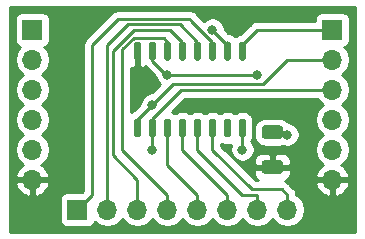
<source format=gbr>
%TF.GenerationSoftware,KiCad,Pcbnew,5.1.7-a382d34a8~87~ubuntu16.04.1*%
%TF.CreationDate,2020-10-06T20:10:27+02:00*%
%TF.ProjectId,ShiftIn-Board,53686966-7449-46e2-9d42-6f6172642e6b,rev?*%
%TF.SameCoordinates,Original*%
%TF.FileFunction,Copper,L1,Top*%
%TF.FilePolarity,Positive*%
%FSLAX46Y46*%
G04 Gerber Fmt 4.6, Leading zero omitted, Abs format (unit mm)*
G04 Created by KiCad (PCBNEW 5.1.7-a382d34a8~87~ubuntu16.04.1) date 2020-10-06 20:10:27*
%MOMM*%
%LPD*%
G01*
G04 APERTURE LIST*
%TA.AperFunction,ComponentPad*%
%ADD10O,1.700000X1.700000*%
%TD*%
%TA.AperFunction,ComponentPad*%
%ADD11R,1.700000X1.700000*%
%TD*%
%TA.AperFunction,ViaPad*%
%ADD12C,0.800000*%
%TD*%
%TA.AperFunction,Conductor*%
%ADD13C,0.250000*%
%TD*%
%TA.AperFunction,Conductor*%
%ADD14C,0.254000*%
%TD*%
%TA.AperFunction,Conductor*%
%ADD15C,0.100000*%
%TD*%
G04 APERTURE END LIST*
%TO.P,U1,16*%
%TO.N,VCC*%
%TA.AperFunction,SMDPad,CuDef*%
G36*
G01*
X139837500Y-59780000D02*
X139562500Y-59780000D01*
G75*
G02*
X139425000Y-59642500I0J137500D01*
G01*
X139425000Y-58317500D01*
G75*
G02*
X139562500Y-58180000I137500J0D01*
G01*
X139837500Y-58180000D01*
G75*
G02*
X139975000Y-58317500I0J-137500D01*
G01*
X139975000Y-59642500D01*
G75*
G02*
X139837500Y-59780000I-137500J0D01*
G01*
G37*
%TD.AperFunction*%
%TO.P,U1,15*%
%TO.N,Net-(J1-Pad4)*%
%TA.AperFunction,SMDPad,CuDef*%
G36*
G01*
X141107500Y-59780000D02*
X140832500Y-59780000D01*
G75*
G02*
X140695000Y-59642500I0J137500D01*
G01*
X140695000Y-58317500D01*
G75*
G02*
X140832500Y-58180000I137500J0D01*
G01*
X141107500Y-58180000D01*
G75*
G02*
X141245000Y-58317500I0J-137500D01*
G01*
X141245000Y-59642500D01*
G75*
G02*
X141107500Y-59780000I-137500J0D01*
G01*
G37*
%TD.AperFunction*%
%TO.P,U1,14*%
%TO.N,Net-(J3-Pad4)*%
%TA.AperFunction,SMDPad,CuDef*%
G36*
G01*
X142377500Y-59780000D02*
X142102500Y-59780000D01*
G75*
G02*
X141965000Y-59642500I0J137500D01*
G01*
X141965000Y-58317500D01*
G75*
G02*
X142102500Y-58180000I137500J0D01*
G01*
X142377500Y-58180000D01*
G75*
G02*
X142515000Y-58317500I0J-137500D01*
G01*
X142515000Y-59642500D01*
G75*
G02*
X142377500Y-59780000I-137500J0D01*
G01*
G37*
%TD.AperFunction*%
%TO.P,U1,13*%
%TO.N,Net-(J3-Pad3)*%
%TA.AperFunction,SMDPad,CuDef*%
G36*
G01*
X143647500Y-59780000D02*
X143372500Y-59780000D01*
G75*
G02*
X143235000Y-59642500I0J137500D01*
G01*
X143235000Y-58317500D01*
G75*
G02*
X143372500Y-58180000I137500J0D01*
G01*
X143647500Y-58180000D01*
G75*
G02*
X143785000Y-58317500I0J-137500D01*
G01*
X143785000Y-59642500D01*
G75*
G02*
X143647500Y-59780000I-137500J0D01*
G01*
G37*
%TD.AperFunction*%
%TO.P,U1,12*%
%TO.N,Net-(J3-Pad2)*%
%TA.AperFunction,SMDPad,CuDef*%
G36*
G01*
X144917500Y-59780000D02*
X144642500Y-59780000D01*
G75*
G02*
X144505000Y-59642500I0J137500D01*
G01*
X144505000Y-58317500D01*
G75*
G02*
X144642500Y-58180000I137500J0D01*
G01*
X144917500Y-58180000D01*
G75*
G02*
X145055000Y-58317500I0J-137500D01*
G01*
X145055000Y-59642500D01*
G75*
G02*
X144917500Y-59780000I-137500J0D01*
G01*
G37*
%TD.AperFunction*%
%TO.P,U1,11*%
%TO.N,Net-(J3-Pad1)*%
%TA.AperFunction,SMDPad,CuDef*%
G36*
G01*
X146187500Y-59780000D02*
X145912500Y-59780000D01*
G75*
G02*
X145775000Y-59642500I0J137500D01*
G01*
X145775000Y-58317500D01*
G75*
G02*
X145912500Y-58180000I137500J0D01*
G01*
X146187500Y-58180000D01*
G75*
G02*
X146325000Y-58317500I0J-137500D01*
G01*
X146325000Y-59642500D01*
G75*
G02*
X146187500Y-59780000I-137500J0D01*
G01*
G37*
%TD.AperFunction*%
%TO.P,U1,10*%
%TO.N,Net-(J1-Pad1)*%
%TA.AperFunction,SMDPad,CuDef*%
G36*
G01*
X147457500Y-59780000D02*
X147182500Y-59780000D01*
G75*
G02*
X147045000Y-59642500I0J137500D01*
G01*
X147045000Y-58317500D01*
G75*
G02*
X147182500Y-58180000I137500J0D01*
G01*
X147457500Y-58180000D01*
G75*
G02*
X147595000Y-58317500I0J-137500D01*
G01*
X147595000Y-59642500D01*
G75*
G02*
X147457500Y-59780000I-137500J0D01*
G01*
G37*
%TD.AperFunction*%
%TO.P,U1,9*%
%TO.N,Net-(J2-Pad1)*%
%TA.AperFunction,SMDPad,CuDef*%
G36*
G01*
X148727500Y-59780000D02*
X148452500Y-59780000D01*
G75*
G02*
X148315000Y-59642500I0J137500D01*
G01*
X148315000Y-58317500D01*
G75*
G02*
X148452500Y-58180000I137500J0D01*
G01*
X148727500Y-58180000D01*
G75*
G02*
X148865000Y-58317500I0J-137500D01*
G01*
X148865000Y-59642500D01*
G75*
G02*
X148727500Y-59780000I-137500J0D01*
G01*
G37*
%TD.AperFunction*%
%TO.P,U1,8*%
%TO.N,GND*%
%TA.AperFunction,SMDPad,CuDef*%
G36*
G01*
X148727500Y-66280000D02*
X148452500Y-66280000D01*
G75*
G02*
X148315000Y-66142500I0J137500D01*
G01*
X148315000Y-64817500D01*
G75*
G02*
X148452500Y-64680000I137500J0D01*
G01*
X148727500Y-64680000D01*
G75*
G02*
X148865000Y-64817500I0J-137500D01*
G01*
X148865000Y-66142500D01*
G75*
G02*
X148727500Y-66280000I-137500J0D01*
G01*
G37*
%TD.AperFunction*%
%TO.P,U1,7*%
%TO.N,Net-(U1-Pad7)*%
%TA.AperFunction,SMDPad,CuDef*%
G36*
G01*
X147457500Y-66280000D02*
X147182500Y-66280000D01*
G75*
G02*
X147045000Y-66142500I0J137500D01*
G01*
X147045000Y-64817500D01*
G75*
G02*
X147182500Y-64680000I137500J0D01*
G01*
X147457500Y-64680000D01*
G75*
G02*
X147595000Y-64817500I0J-137500D01*
G01*
X147595000Y-66142500D01*
G75*
G02*
X147457500Y-66280000I-137500J0D01*
G01*
G37*
%TD.AperFunction*%
%TO.P,U1,6*%
%TO.N,Net-(J3-Pad8)*%
%TA.AperFunction,SMDPad,CuDef*%
G36*
G01*
X146187500Y-66280000D02*
X145912500Y-66280000D01*
G75*
G02*
X145775000Y-66142500I0J137500D01*
G01*
X145775000Y-64817500D01*
G75*
G02*
X145912500Y-64680000I137500J0D01*
G01*
X146187500Y-64680000D01*
G75*
G02*
X146325000Y-64817500I0J-137500D01*
G01*
X146325000Y-66142500D01*
G75*
G02*
X146187500Y-66280000I-137500J0D01*
G01*
G37*
%TD.AperFunction*%
%TO.P,U1,5*%
%TO.N,Net-(J3-Pad7)*%
%TA.AperFunction,SMDPad,CuDef*%
G36*
G01*
X144917500Y-66280000D02*
X144642500Y-66280000D01*
G75*
G02*
X144505000Y-66142500I0J137500D01*
G01*
X144505000Y-64817500D01*
G75*
G02*
X144642500Y-64680000I137500J0D01*
G01*
X144917500Y-64680000D01*
G75*
G02*
X145055000Y-64817500I0J-137500D01*
G01*
X145055000Y-66142500D01*
G75*
G02*
X144917500Y-66280000I-137500J0D01*
G01*
G37*
%TD.AperFunction*%
%TO.P,U1,4*%
%TO.N,Net-(J3-Pad6)*%
%TA.AperFunction,SMDPad,CuDef*%
G36*
G01*
X143647500Y-66280000D02*
X143372500Y-66280000D01*
G75*
G02*
X143235000Y-66142500I0J137500D01*
G01*
X143235000Y-64817500D01*
G75*
G02*
X143372500Y-64680000I137500J0D01*
G01*
X143647500Y-64680000D01*
G75*
G02*
X143785000Y-64817500I0J-137500D01*
G01*
X143785000Y-66142500D01*
G75*
G02*
X143647500Y-66280000I-137500J0D01*
G01*
G37*
%TD.AperFunction*%
%TO.P,U1,3*%
%TO.N,Net-(J3-Pad5)*%
%TA.AperFunction,SMDPad,CuDef*%
G36*
G01*
X142377500Y-66280000D02*
X142102500Y-66280000D01*
G75*
G02*
X141965000Y-66142500I0J137500D01*
G01*
X141965000Y-64817500D01*
G75*
G02*
X142102500Y-64680000I137500J0D01*
G01*
X142377500Y-64680000D01*
G75*
G02*
X142515000Y-64817500I0J-137500D01*
G01*
X142515000Y-66142500D01*
G75*
G02*
X142377500Y-66280000I-137500J0D01*
G01*
G37*
%TD.AperFunction*%
%TO.P,U1,2*%
%TO.N,Net-(J1-Pad3)*%
%TA.AperFunction,SMDPad,CuDef*%
G36*
G01*
X141107500Y-66280000D02*
X140832500Y-66280000D01*
G75*
G02*
X140695000Y-66142500I0J137500D01*
G01*
X140695000Y-64817500D01*
G75*
G02*
X140832500Y-64680000I137500J0D01*
G01*
X141107500Y-64680000D01*
G75*
G02*
X141245000Y-64817500I0J-137500D01*
G01*
X141245000Y-66142500D01*
G75*
G02*
X141107500Y-66280000I-137500J0D01*
G01*
G37*
%TD.AperFunction*%
%TO.P,U1,1*%
%TO.N,Net-(J1-Pad2)*%
%TA.AperFunction,SMDPad,CuDef*%
G36*
G01*
X139837500Y-66280000D02*
X139562500Y-66280000D01*
G75*
G02*
X139425000Y-66142500I0J137500D01*
G01*
X139425000Y-64817500D01*
G75*
G02*
X139562500Y-64680000I137500J0D01*
G01*
X139837500Y-64680000D01*
G75*
G02*
X139975000Y-64817500I0J-137500D01*
G01*
X139975000Y-66142500D01*
G75*
G02*
X139837500Y-66280000I-137500J0D01*
G01*
G37*
%TD.AperFunction*%
%TD*%
D10*
%TO.P,J3,8*%
%TO.N,Net-(J3-Pad8)*%
X152400000Y-72390000D03*
%TO.P,J3,7*%
%TO.N,Net-(J3-Pad7)*%
X149860000Y-72390000D03*
%TO.P,J3,6*%
%TO.N,Net-(J3-Pad6)*%
X147320000Y-72390000D03*
%TO.P,J3,5*%
%TO.N,Net-(J3-Pad5)*%
X144780000Y-72390000D03*
%TO.P,J3,4*%
%TO.N,Net-(J3-Pad4)*%
X142240000Y-72390000D03*
%TO.P,J3,3*%
%TO.N,Net-(J3-Pad3)*%
X139700000Y-72390000D03*
%TO.P,J3,2*%
%TO.N,Net-(J3-Pad2)*%
X137160000Y-72390000D03*
D11*
%TO.P,J3,1*%
%TO.N,Net-(J3-Pad1)*%
X134620000Y-72390000D03*
%TD*%
D10*
%TO.P,J2,6*%
%TO.N,VCC*%
X156210000Y-69850000D03*
%TO.P,J2,5*%
%TO.N,GND*%
X156210000Y-67310000D03*
%TO.P,J2,4*%
%TO.N,Net-(J1-Pad4)*%
X156210000Y-64770000D03*
%TO.P,J2,3*%
%TO.N,Net-(J1-Pad3)*%
X156210000Y-62230000D03*
%TO.P,J2,2*%
%TO.N,Net-(J1-Pad2)*%
X156210000Y-59690000D03*
D11*
%TO.P,J2,1*%
%TO.N,Net-(J2-Pad1)*%
X156210000Y-57150000D03*
%TD*%
D10*
%TO.P,J1,6*%
%TO.N,VCC*%
X130810000Y-69850000D03*
%TO.P,J1,5*%
%TO.N,GND*%
X130810000Y-67310000D03*
%TO.P,J1,4*%
%TO.N,Net-(J1-Pad4)*%
X130810000Y-64770000D03*
%TO.P,J1,3*%
%TO.N,Net-(J1-Pad3)*%
X130810000Y-62230000D03*
%TO.P,J1,2*%
%TO.N,Net-(J1-Pad2)*%
X130810000Y-59690000D03*
D11*
%TO.P,J1,1*%
%TO.N,Net-(J1-Pad1)*%
X130810000Y-57150000D03*
%TD*%
%TO.P,C1,2*%
%TO.N,GND*%
%TA.AperFunction,SMDPad,CuDef*%
G36*
G01*
X151780001Y-66410000D02*
X150479999Y-66410000D01*
G75*
G02*
X150230000Y-66160001I0J249999D01*
G01*
X150230000Y-65509999D01*
G75*
G02*
X150479999Y-65260000I249999J0D01*
G01*
X151780001Y-65260000D01*
G75*
G02*
X152030000Y-65509999I0J-249999D01*
G01*
X152030000Y-66160001D01*
G75*
G02*
X151780001Y-66410000I-249999J0D01*
G01*
G37*
%TD.AperFunction*%
%TO.P,C1,1*%
%TO.N,VCC*%
%TA.AperFunction,SMDPad,CuDef*%
G36*
G01*
X151780001Y-69360000D02*
X150479999Y-69360000D01*
G75*
G02*
X150230000Y-69110001I0J249999D01*
G01*
X150230000Y-68459999D01*
G75*
G02*
X150479999Y-68210000I249999J0D01*
G01*
X151780001Y-68210000D01*
G75*
G02*
X152030000Y-68459999I0J-249999D01*
G01*
X152030000Y-69110001D01*
G75*
G02*
X151780001Y-69360000I-249999J0D01*
G01*
G37*
%TD.AperFunction*%
%TD*%
D12*
%TO.N,GND*%
X152400000Y-66040000D03*
X148590000Y-67310000D03*
%TO.N,VCC*%
X139700000Y-60960000D03*
X144780000Y-63500000D03*
X133350000Y-60960000D03*
%TO.N,Net-(J1-Pad4)*%
X142240000Y-60960000D03*
X149860000Y-60960000D03*
%TO.N,Net-(J1-Pad3)*%
X140970000Y-67310000D03*
%TO.N,Net-(J1-Pad2)*%
X140970000Y-63500000D03*
%TO.N,Net-(J1-Pad1)*%
X146050000Y-57150000D03*
%TD*%
D13*
%TO.N,GND*%
X148590000Y-65480000D02*
X148590000Y-67310000D01*
X152195000Y-65835000D02*
X152400000Y-66040000D01*
X151130000Y-65835000D02*
X152195000Y-65835000D01*
%TO.N,VCC*%
X139700000Y-58980000D02*
X139700000Y-59690000D01*
X139700000Y-58980000D02*
X139700000Y-60960000D01*
%TO.N,Net-(J1-Pad4)*%
X140970000Y-59780000D02*
X142150000Y-60960000D01*
X140970000Y-58980000D02*
X140970000Y-59780000D01*
X142150000Y-60960000D02*
X142240000Y-60960000D01*
X149860000Y-60960000D02*
X142240000Y-60960000D01*
%TO.N,Net-(J1-Pad3)*%
X140970000Y-65480000D02*
X140970000Y-67310000D01*
X154940000Y-62230000D02*
X156210000Y-62230000D01*
X143420000Y-62230000D02*
X156210000Y-62230000D01*
X140970000Y-64680000D02*
X143420000Y-62230000D01*
X140970000Y-65480000D02*
X140970000Y-64680000D01*
%TO.N,Net-(J1-Pad2)*%
X139700000Y-65480000D02*
X139700000Y-64680000D01*
X152400000Y-59690000D02*
X156210000Y-59690000D01*
X142690010Y-61779990D02*
X150310010Y-61779990D01*
X140970000Y-63500000D02*
X142690010Y-61779990D01*
X150310010Y-61779990D02*
X152400000Y-59690000D01*
X139700000Y-64770000D02*
X140970000Y-63500000D01*
X139700000Y-65480000D02*
X139700000Y-64770000D01*
%TO.N,Net-(J1-Pad1)*%
X147320000Y-58180000D02*
X147320000Y-58980000D01*
X147320000Y-58420000D02*
X147320000Y-58980000D01*
X147320000Y-58420000D02*
X146050000Y-57150000D01*
%TO.N,Net-(J2-Pad1)*%
X148590000Y-58980000D02*
X148590000Y-58420000D01*
X148590000Y-58420000D02*
X149860000Y-57150000D01*
X149860000Y-57150000D02*
X156210000Y-57150000D01*
%TO.N,Net-(J3-Pad8)*%
X152400000Y-72390000D02*
X152400000Y-71120000D01*
X151949990Y-70669990D02*
X149409990Y-70669990D01*
X152400000Y-71120000D02*
X151949990Y-70669990D01*
X149409990Y-70669990D02*
X146050000Y-67310000D01*
X146050000Y-67310000D02*
X146050000Y-65480000D01*
%TO.N,Net-(J3-Pad7)*%
X144780000Y-65480000D02*
X144780000Y-67310000D01*
X149860000Y-71120000D02*
X149860000Y-72390000D01*
X149860000Y-71120000D02*
X148590000Y-71120000D01*
X148590000Y-71120000D02*
X144780000Y-67310000D01*
%TO.N,Net-(J3-Pad6)*%
X143510000Y-65480000D02*
X143510000Y-67310000D01*
X143510000Y-67310000D02*
X147320000Y-71120000D01*
X147320000Y-72390000D02*
X147320000Y-71120000D01*
%TO.N,Net-(J3-Pad5)*%
X142240000Y-65480000D02*
X142240000Y-68580000D01*
X142240000Y-68580000D02*
X144780000Y-71120000D01*
X144780000Y-72390000D02*
X144780000Y-71120000D01*
%TO.N,Net-(J3-Pad4)*%
X138430000Y-58795912D02*
X138430000Y-67310000D01*
X142240000Y-58180000D02*
X141914990Y-57854990D01*
X138430000Y-67310000D02*
X142240000Y-71120000D01*
X141914990Y-57854990D02*
X139370922Y-57854990D01*
X142240000Y-58980000D02*
X142240000Y-58180000D01*
X139370922Y-57854990D02*
X138430000Y-58795912D01*
X142240000Y-72390000D02*
X142240000Y-71120000D01*
%TO.N,Net-(J3-Pad3)*%
X143510000Y-58180000D02*
X142480000Y-57150000D01*
X143510000Y-58980000D02*
X143510000Y-58180000D01*
X137610010Y-67760010D02*
X139700000Y-69850000D01*
X139439502Y-57150000D02*
X137610010Y-58979492D01*
X142480000Y-57150000D02*
X139439502Y-57150000D01*
X137610010Y-58979492D02*
X137610010Y-67760010D01*
X139700000Y-72390000D02*
X139700000Y-69850000D01*
X139700000Y-71589002D02*
X139700000Y-69850000D01*
%TO.N,Net-(J3-Pad2)*%
X143299991Y-56699991D02*
X138880009Y-56699991D01*
X144780000Y-58180000D02*
X143299991Y-56699991D01*
X144780000Y-58980000D02*
X144780000Y-58180000D01*
X138880009Y-56699991D02*
X137160000Y-58420000D01*
X137160000Y-72390000D02*
X137160000Y-58420000D01*
%TO.N,Net-(J3-Pad1)*%
X146050000Y-58980000D02*
X146050000Y-58180000D01*
X146050000Y-58180000D02*
X144265000Y-56395000D01*
X144265000Y-56395000D02*
X144119982Y-56249982D01*
X135890000Y-71120000D02*
X134620000Y-72390000D01*
X144265000Y-56395000D02*
X144119981Y-56249981D01*
X144119981Y-56249981D02*
X138060019Y-56249981D01*
X138060019Y-56249981D02*
X135890000Y-58420000D01*
X135890000Y-71120000D02*
X135890000Y-58420000D01*
%TD*%
D14*
%TO.N,VCC*%
X158090000Y-74270000D02*
X128930000Y-74270000D01*
X128930000Y-71540000D01*
X133131928Y-71540000D01*
X133131928Y-73240000D01*
X133144188Y-73364482D01*
X133180498Y-73484180D01*
X133239463Y-73594494D01*
X133318815Y-73691185D01*
X133415506Y-73770537D01*
X133525820Y-73829502D01*
X133645518Y-73865812D01*
X133770000Y-73878072D01*
X135470000Y-73878072D01*
X135594482Y-73865812D01*
X135714180Y-73829502D01*
X135824494Y-73770537D01*
X135921185Y-73691185D01*
X136000537Y-73594494D01*
X136059502Y-73484180D01*
X136081513Y-73411620D01*
X136213368Y-73543475D01*
X136456589Y-73705990D01*
X136726842Y-73817932D01*
X137013740Y-73875000D01*
X137306260Y-73875000D01*
X137593158Y-73817932D01*
X137863411Y-73705990D01*
X138106632Y-73543475D01*
X138313475Y-73336632D01*
X138430000Y-73162240D01*
X138546525Y-73336632D01*
X138753368Y-73543475D01*
X138996589Y-73705990D01*
X139266842Y-73817932D01*
X139553740Y-73875000D01*
X139846260Y-73875000D01*
X140133158Y-73817932D01*
X140403411Y-73705990D01*
X140646632Y-73543475D01*
X140853475Y-73336632D01*
X140970000Y-73162240D01*
X141086525Y-73336632D01*
X141293368Y-73543475D01*
X141536589Y-73705990D01*
X141806842Y-73817932D01*
X142093740Y-73875000D01*
X142386260Y-73875000D01*
X142673158Y-73817932D01*
X142943411Y-73705990D01*
X143186632Y-73543475D01*
X143393475Y-73336632D01*
X143510000Y-73162240D01*
X143626525Y-73336632D01*
X143833368Y-73543475D01*
X144076589Y-73705990D01*
X144346842Y-73817932D01*
X144633740Y-73875000D01*
X144926260Y-73875000D01*
X145213158Y-73817932D01*
X145483411Y-73705990D01*
X145726632Y-73543475D01*
X145933475Y-73336632D01*
X146050000Y-73162240D01*
X146166525Y-73336632D01*
X146373368Y-73543475D01*
X146616589Y-73705990D01*
X146886842Y-73817932D01*
X147173740Y-73875000D01*
X147466260Y-73875000D01*
X147753158Y-73817932D01*
X148023411Y-73705990D01*
X148266632Y-73543475D01*
X148473475Y-73336632D01*
X148590000Y-73162240D01*
X148706525Y-73336632D01*
X148913368Y-73543475D01*
X149156589Y-73705990D01*
X149426842Y-73817932D01*
X149713740Y-73875000D01*
X150006260Y-73875000D01*
X150293158Y-73817932D01*
X150563411Y-73705990D01*
X150806632Y-73543475D01*
X151013475Y-73336632D01*
X151130000Y-73162240D01*
X151246525Y-73336632D01*
X151453368Y-73543475D01*
X151696589Y-73705990D01*
X151966842Y-73817932D01*
X152253740Y-73875000D01*
X152546260Y-73875000D01*
X152833158Y-73817932D01*
X153103411Y-73705990D01*
X153346632Y-73543475D01*
X153553475Y-73336632D01*
X153715990Y-73093411D01*
X153827932Y-72823158D01*
X153885000Y-72536260D01*
X153885000Y-72243740D01*
X153827932Y-71956842D01*
X153715990Y-71686589D01*
X153553475Y-71443368D01*
X153346632Y-71236525D01*
X153163073Y-71113875D01*
X153160000Y-71082676D01*
X153160000Y-71082667D01*
X153149003Y-70971014D01*
X153105546Y-70827753D01*
X153034974Y-70695724D01*
X152940001Y-70579999D01*
X152910997Y-70556196D01*
X152561691Y-70206890D01*
X154768524Y-70206890D01*
X154813175Y-70354099D01*
X154938359Y-70616920D01*
X155112412Y-70850269D01*
X155328645Y-71045178D01*
X155578748Y-71194157D01*
X155853109Y-71291481D01*
X156083000Y-71170814D01*
X156083000Y-69977000D01*
X156337000Y-69977000D01*
X156337000Y-71170814D01*
X156566891Y-71291481D01*
X156841252Y-71194157D01*
X157091355Y-71045178D01*
X157307588Y-70850269D01*
X157481641Y-70616920D01*
X157606825Y-70354099D01*
X157651476Y-70206890D01*
X157530155Y-69977000D01*
X156337000Y-69977000D01*
X156083000Y-69977000D01*
X154889845Y-69977000D01*
X154768524Y-70206890D01*
X152561691Y-70206890D01*
X152513794Y-70158993D01*
X152489991Y-70129989D01*
X152374266Y-70035016D01*
X152242237Y-69964444D01*
X152233580Y-69961818D01*
X152274180Y-69949502D01*
X152384494Y-69890537D01*
X152481185Y-69811185D01*
X152560537Y-69714494D01*
X152619502Y-69604180D01*
X152655812Y-69484482D01*
X152668072Y-69360000D01*
X152665000Y-69070750D01*
X152506250Y-68912000D01*
X151257000Y-68912000D01*
X151257000Y-68932000D01*
X151003000Y-68932000D01*
X151003000Y-68912000D01*
X149753750Y-68912000D01*
X149595000Y-69070750D01*
X149591928Y-69360000D01*
X149604188Y-69484482D01*
X149640498Y-69604180D01*
X149699463Y-69714494D01*
X149778815Y-69811185D01*
X149875506Y-69890537D01*
X149911899Y-69909990D01*
X149724793Y-69909990D01*
X146810000Y-66995199D01*
X146810000Y-66818572D01*
X146885701Y-66859035D01*
X147031193Y-66903170D01*
X147182500Y-66918072D01*
X147457500Y-66918072D01*
X147608807Y-66903170D01*
X147642468Y-66892959D01*
X147594774Y-67008102D01*
X147555000Y-67208061D01*
X147555000Y-67411939D01*
X147594774Y-67611898D01*
X147672795Y-67800256D01*
X147786063Y-67969774D01*
X147930226Y-68113937D01*
X148099744Y-68227205D01*
X148288102Y-68305226D01*
X148488061Y-68345000D01*
X148691939Y-68345000D01*
X148891898Y-68305226D01*
X149080256Y-68227205D01*
X149106005Y-68210000D01*
X149591928Y-68210000D01*
X149595000Y-68499250D01*
X149753750Y-68658000D01*
X151003000Y-68658000D01*
X151003000Y-67733750D01*
X151257000Y-67733750D01*
X151257000Y-68658000D01*
X152506250Y-68658000D01*
X152665000Y-68499250D01*
X152668072Y-68210000D01*
X152655812Y-68085518D01*
X152619502Y-67965820D01*
X152560537Y-67855506D01*
X152481185Y-67758815D01*
X152384494Y-67679463D01*
X152274180Y-67620498D01*
X152154482Y-67584188D01*
X152030000Y-67571928D01*
X151415750Y-67575000D01*
X151257000Y-67733750D01*
X151003000Y-67733750D01*
X150844250Y-67575000D01*
X150230000Y-67571928D01*
X150105518Y-67584188D01*
X149985820Y-67620498D01*
X149875506Y-67679463D01*
X149778815Y-67758815D01*
X149699463Y-67855506D01*
X149640498Y-67965820D01*
X149604188Y-68085518D01*
X149591928Y-68210000D01*
X149106005Y-68210000D01*
X149249774Y-68113937D01*
X149393937Y-67969774D01*
X149507205Y-67800256D01*
X149585226Y-67611898D01*
X149625000Y-67411939D01*
X149625000Y-67208061D01*
X149585226Y-67008102D01*
X149507205Y-66819744D01*
X149393937Y-66650226D01*
X149350000Y-66606289D01*
X149350000Y-66600637D01*
X149372365Y-66573385D01*
X149444035Y-66439299D01*
X149488170Y-66293807D01*
X149503072Y-66142500D01*
X149503072Y-65509999D01*
X149591928Y-65509999D01*
X149591928Y-66160001D01*
X149608992Y-66333255D01*
X149659528Y-66499851D01*
X149741595Y-66653387D01*
X149852038Y-66787962D01*
X149986613Y-66898405D01*
X150140149Y-66980472D01*
X150306745Y-67031008D01*
X150479999Y-67048072D01*
X151780001Y-67048072D01*
X151953255Y-67031008D01*
X152030991Y-67007427D01*
X152098102Y-67035226D01*
X152298061Y-67075000D01*
X152501939Y-67075000D01*
X152701898Y-67035226D01*
X152890256Y-66957205D01*
X153059774Y-66843937D01*
X153203937Y-66699774D01*
X153317205Y-66530256D01*
X153395226Y-66341898D01*
X153435000Y-66141939D01*
X153435000Y-65938061D01*
X153395226Y-65738102D01*
X153317205Y-65549744D01*
X153203937Y-65380226D01*
X153059774Y-65236063D01*
X152890256Y-65122795D01*
X152701898Y-65044774D01*
X152510227Y-65006649D01*
X152407962Y-64882038D01*
X152273387Y-64771595D01*
X152119851Y-64689528D01*
X151953255Y-64638992D01*
X151780001Y-64621928D01*
X150479999Y-64621928D01*
X150306745Y-64638992D01*
X150140149Y-64689528D01*
X149986613Y-64771595D01*
X149852038Y-64882038D01*
X149741595Y-65016613D01*
X149659528Y-65170149D01*
X149608992Y-65336745D01*
X149591928Y-65509999D01*
X149503072Y-65509999D01*
X149503072Y-64817500D01*
X149488170Y-64666193D01*
X149444035Y-64520701D01*
X149372365Y-64386615D01*
X149275912Y-64269088D01*
X149158385Y-64172635D01*
X149024299Y-64100965D01*
X148878807Y-64056830D01*
X148727500Y-64041928D01*
X148452500Y-64041928D01*
X148301193Y-64056830D01*
X148155701Y-64100965D01*
X148021615Y-64172635D01*
X147955000Y-64227305D01*
X147888385Y-64172635D01*
X147754299Y-64100965D01*
X147608807Y-64056830D01*
X147457500Y-64041928D01*
X147182500Y-64041928D01*
X147031193Y-64056830D01*
X146885701Y-64100965D01*
X146751615Y-64172635D01*
X146685000Y-64227305D01*
X146618385Y-64172635D01*
X146484299Y-64100965D01*
X146338807Y-64056830D01*
X146187500Y-64041928D01*
X145912500Y-64041928D01*
X145761193Y-64056830D01*
X145615701Y-64100965D01*
X145481615Y-64172635D01*
X145415000Y-64227305D01*
X145348385Y-64172635D01*
X145214299Y-64100965D01*
X145068807Y-64056830D01*
X144917500Y-64041928D01*
X144642500Y-64041928D01*
X144491193Y-64056830D01*
X144345701Y-64100965D01*
X144211615Y-64172635D01*
X144145000Y-64227305D01*
X144078385Y-64172635D01*
X143944299Y-64100965D01*
X143798807Y-64056830D01*
X143647500Y-64041928D01*
X143372500Y-64041928D01*
X143221193Y-64056830D01*
X143075701Y-64100965D01*
X142941615Y-64172635D01*
X142875000Y-64227305D01*
X142808385Y-64172635D01*
X142674299Y-64100965D01*
X142635581Y-64089220D01*
X143734802Y-62990000D01*
X154931822Y-62990000D01*
X155056525Y-63176632D01*
X155263368Y-63383475D01*
X155437760Y-63500000D01*
X155263368Y-63616525D01*
X155056525Y-63823368D01*
X154894010Y-64066589D01*
X154782068Y-64336842D01*
X154725000Y-64623740D01*
X154725000Y-64916260D01*
X154782068Y-65203158D01*
X154894010Y-65473411D01*
X155056525Y-65716632D01*
X155263368Y-65923475D01*
X155437760Y-66040000D01*
X155263368Y-66156525D01*
X155056525Y-66363368D01*
X154894010Y-66606589D01*
X154782068Y-66876842D01*
X154725000Y-67163740D01*
X154725000Y-67456260D01*
X154782068Y-67743158D01*
X154894010Y-68013411D01*
X155056525Y-68256632D01*
X155263368Y-68463475D01*
X155445534Y-68585195D01*
X155328645Y-68654822D01*
X155112412Y-68849731D01*
X154938359Y-69083080D01*
X154813175Y-69345901D01*
X154768524Y-69493110D01*
X154889845Y-69723000D01*
X156083000Y-69723000D01*
X156083000Y-69703000D01*
X156337000Y-69703000D01*
X156337000Y-69723000D01*
X157530155Y-69723000D01*
X157651476Y-69493110D01*
X157606825Y-69345901D01*
X157481641Y-69083080D01*
X157307588Y-68849731D01*
X157091355Y-68654822D01*
X156974466Y-68585195D01*
X157156632Y-68463475D01*
X157363475Y-68256632D01*
X157525990Y-68013411D01*
X157637932Y-67743158D01*
X157695000Y-67456260D01*
X157695000Y-67163740D01*
X157637932Y-66876842D01*
X157525990Y-66606589D01*
X157363475Y-66363368D01*
X157156632Y-66156525D01*
X156982240Y-66040000D01*
X157156632Y-65923475D01*
X157363475Y-65716632D01*
X157525990Y-65473411D01*
X157637932Y-65203158D01*
X157695000Y-64916260D01*
X157695000Y-64623740D01*
X157637932Y-64336842D01*
X157525990Y-64066589D01*
X157363475Y-63823368D01*
X157156632Y-63616525D01*
X156982240Y-63500000D01*
X157156632Y-63383475D01*
X157363475Y-63176632D01*
X157525990Y-62933411D01*
X157637932Y-62663158D01*
X157695000Y-62376260D01*
X157695000Y-62083740D01*
X157637932Y-61796842D01*
X157525990Y-61526589D01*
X157363475Y-61283368D01*
X157156632Y-61076525D01*
X156982240Y-60960000D01*
X157156632Y-60843475D01*
X157363475Y-60636632D01*
X157525990Y-60393411D01*
X157637932Y-60123158D01*
X157695000Y-59836260D01*
X157695000Y-59543740D01*
X157637932Y-59256842D01*
X157525990Y-58986589D01*
X157363475Y-58743368D01*
X157231620Y-58611513D01*
X157304180Y-58589502D01*
X157414494Y-58530537D01*
X157511185Y-58451185D01*
X157590537Y-58354494D01*
X157649502Y-58244180D01*
X157685812Y-58124482D01*
X157698072Y-58000000D01*
X157698072Y-56300000D01*
X157685812Y-56175518D01*
X157649502Y-56055820D01*
X157590537Y-55945506D01*
X157511185Y-55848815D01*
X157414494Y-55769463D01*
X157304180Y-55710498D01*
X157184482Y-55674188D01*
X157060000Y-55661928D01*
X155360000Y-55661928D01*
X155235518Y-55674188D01*
X155115820Y-55710498D01*
X155005506Y-55769463D01*
X154908815Y-55848815D01*
X154829463Y-55945506D01*
X154770498Y-56055820D01*
X154734188Y-56175518D01*
X154721928Y-56300000D01*
X154721928Y-56390000D01*
X149897322Y-56390000D01*
X149859999Y-56386324D01*
X149822676Y-56390000D01*
X149822667Y-56390000D01*
X149711014Y-56400997D01*
X149567753Y-56444454D01*
X149435724Y-56515026D01*
X149319999Y-56609999D01*
X149296201Y-56638997D01*
X148386800Y-57548399D01*
X148301193Y-57556830D01*
X148155701Y-57600965D01*
X148021615Y-57672635D01*
X147955000Y-57727305D01*
X147888385Y-57672635D01*
X147885534Y-57671111D01*
X147860001Y-57639999D01*
X147744275Y-57545026D01*
X147612246Y-57474454D01*
X147468985Y-57430997D01*
X147398895Y-57424094D01*
X147085000Y-57110199D01*
X147085000Y-57048061D01*
X147045226Y-56848102D01*
X146967205Y-56659744D01*
X146853937Y-56490226D01*
X146709774Y-56346063D01*
X146540256Y-56232795D01*
X146351898Y-56154774D01*
X146151939Y-56115000D01*
X145948061Y-56115000D01*
X145748102Y-56154774D01*
X145559744Y-56232795D01*
X145390226Y-56346063D01*
X145340545Y-56395744D01*
X144828803Y-55884002D01*
X144828799Y-55883997D01*
X144683784Y-55738982D01*
X144659982Y-55709980D01*
X144544257Y-55615007D01*
X144412228Y-55544435D01*
X144268967Y-55500978D01*
X144157314Y-55489981D01*
X144157303Y-55489981D01*
X144119981Y-55486305D01*
X144082659Y-55489981D01*
X138097341Y-55489981D01*
X138060018Y-55486305D01*
X138022695Y-55489981D01*
X138022686Y-55489981D01*
X137911033Y-55500978D01*
X137767772Y-55544435D01*
X137635743Y-55615007D01*
X137520018Y-55709980D01*
X137496220Y-55738978D01*
X135378998Y-57856201D01*
X135350000Y-57879999D01*
X135326202Y-57908997D01*
X135326201Y-57908998D01*
X135255026Y-57995724D01*
X135184454Y-58127754D01*
X135161023Y-58205000D01*
X135140998Y-58271014D01*
X135131087Y-58371637D01*
X135126324Y-58420000D01*
X135130001Y-58457332D01*
X135130000Y-70805198D01*
X135033270Y-70901928D01*
X133770000Y-70901928D01*
X133645518Y-70914188D01*
X133525820Y-70950498D01*
X133415506Y-71009463D01*
X133318815Y-71088815D01*
X133239463Y-71185506D01*
X133180498Y-71295820D01*
X133144188Y-71415518D01*
X133131928Y-71540000D01*
X128930000Y-71540000D01*
X128930000Y-70206890D01*
X129368524Y-70206890D01*
X129413175Y-70354099D01*
X129538359Y-70616920D01*
X129712412Y-70850269D01*
X129928645Y-71045178D01*
X130178748Y-71194157D01*
X130453109Y-71291481D01*
X130683000Y-71170814D01*
X130683000Y-69977000D01*
X130937000Y-69977000D01*
X130937000Y-71170814D01*
X131166891Y-71291481D01*
X131441252Y-71194157D01*
X131691355Y-71045178D01*
X131907588Y-70850269D01*
X132081641Y-70616920D01*
X132206825Y-70354099D01*
X132251476Y-70206890D01*
X132130155Y-69977000D01*
X130937000Y-69977000D01*
X130683000Y-69977000D01*
X129489845Y-69977000D01*
X129368524Y-70206890D01*
X128930000Y-70206890D01*
X128930000Y-56300000D01*
X129321928Y-56300000D01*
X129321928Y-58000000D01*
X129334188Y-58124482D01*
X129370498Y-58244180D01*
X129429463Y-58354494D01*
X129508815Y-58451185D01*
X129605506Y-58530537D01*
X129715820Y-58589502D01*
X129788380Y-58611513D01*
X129656525Y-58743368D01*
X129494010Y-58986589D01*
X129382068Y-59256842D01*
X129325000Y-59543740D01*
X129325000Y-59836260D01*
X129382068Y-60123158D01*
X129494010Y-60393411D01*
X129656525Y-60636632D01*
X129863368Y-60843475D01*
X130037760Y-60960000D01*
X129863368Y-61076525D01*
X129656525Y-61283368D01*
X129494010Y-61526589D01*
X129382068Y-61796842D01*
X129325000Y-62083740D01*
X129325000Y-62376260D01*
X129382068Y-62663158D01*
X129494010Y-62933411D01*
X129656525Y-63176632D01*
X129863368Y-63383475D01*
X130037760Y-63500000D01*
X129863368Y-63616525D01*
X129656525Y-63823368D01*
X129494010Y-64066589D01*
X129382068Y-64336842D01*
X129325000Y-64623740D01*
X129325000Y-64916260D01*
X129382068Y-65203158D01*
X129494010Y-65473411D01*
X129656525Y-65716632D01*
X129863368Y-65923475D01*
X130037760Y-66040000D01*
X129863368Y-66156525D01*
X129656525Y-66363368D01*
X129494010Y-66606589D01*
X129382068Y-66876842D01*
X129325000Y-67163740D01*
X129325000Y-67456260D01*
X129382068Y-67743158D01*
X129494010Y-68013411D01*
X129656525Y-68256632D01*
X129863368Y-68463475D01*
X130045534Y-68585195D01*
X129928645Y-68654822D01*
X129712412Y-68849731D01*
X129538359Y-69083080D01*
X129413175Y-69345901D01*
X129368524Y-69493110D01*
X129489845Y-69723000D01*
X130683000Y-69723000D01*
X130683000Y-69703000D01*
X130937000Y-69703000D01*
X130937000Y-69723000D01*
X132130155Y-69723000D01*
X132251476Y-69493110D01*
X132206825Y-69345901D01*
X132081641Y-69083080D01*
X131907588Y-68849731D01*
X131691355Y-68654822D01*
X131574466Y-68585195D01*
X131756632Y-68463475D01*
X131963475Y-68256632D01*
X132125990Y-68013411D01*
X132237932Y-67743158D01*
X132295000Y-67456260D01*
X132295000Y-67163740D01*
X132237932Y-66876842D01*
X132125990Y-66606589D01*
X131963475Y-66363368D01*
X131756632Y-66156525D01*
X131582240Y-66040000D01*
X131756632Y-65923475D01*
X131963475Y-65716632D01*
X132125990Y-65473411D01*
X132237932Y-65203158D01*
X132295000Y-64916260D01*
X132295000Y-64623740D01*
X132237932Y-64336842D01*
X132125990Y-64066589D01*
X131963475Y-63823368D01*
X131756632Y-63616525D01*
X131582240Y-63500000D01*
X131756632Y-63383475D01*
X131963475Y-63176632D01*
X132125990Y-62933411D01*
X132237932Y-62663158D01*
X132295000Y-62376260D01*
X132295000Y-62083740D01*
X132237932Y-61796842D01*
X132125990Y-61526589D01*
X131963475Y-61283368D01*
X131756632Y-61076525D01*
X131582240Y-60960000D01*
X131756632Y-60843475D01*
X131963475Y-60636632D01*
X132125990Y-60393411D01*
X132237932Y-60123158D01*
X132295000Y-59836260D01*
X132295000Y-59543740D01*
X132237932Y-59256842D01*
X132125990Y-58986589D01*
X131963475Y-58743368D01*
X131831620Y-58611513D01*
X131904180Y-58589502D01*
X132014494Y-58530537D01*
X132111185Y-58451185D01*
X132190537Y-58354494D01*
X132249502Y-58244180D01*
X132285812Y-58124482D01*
X132298072Y-58000000D01*
X132298072Y-56300000D01*
X132285812Y-56175518D01*
X132249502Y-56055820D01*
X132190537Y-55945506D01*
X132111185Y-55848815D01*
X132014494Y-55769463D01*
X131904180Y-55710498D01*
X131784482Y-55674188D01*
X131660000Y-55661928D01*
X129960000Y-55661928D01*
X129835518Y-55674188D01*
X129715820Y-55710498D01*
X129605506Y-55769463D01*
X129508815Y-55848815D01*
X129429463Y-55945506D01*
X129370498Y-56055820D01*
X129334188Y-56175518D01*
X129321928Y-56300000D01*
X128930000Y-56300000D01*
X128930000Y-55270000D01*
X158090001Y-55270000D01*
X158090000Y-74270000D01*
%TA.AperFunction,Conductor*%
D15*
G36*
X158090000Y-74270000D02*
G01*
X128930000Y-74270000D01*
X128930000Y-71540000D01*
X133131928Y-71540000D01*
X133131928Y-73240000D01*
X133144188Y-73364482D01*
X133180498Y-73484180D01*
X133239463Y-73594494D01*
X133318815Y-73691185D01*
X133415506Y-73770537D01*
X133525820Y-73829502D01*
X133645518Y-73865812D01*
X133770000Y-73878072D01*
X135470000Y-73878072D01*
X135594482Y-73865812D01*
X135714180Y-73829502D01*
X135824494Y-73770537D01*
X135921185Y-73691185D01*
X136000537Y-73594494D01*
X136059502Y-73484180D01*
X136081513Y-73411620D01*
X136213368Y-73543475D01*
X136456589Y-73705990D01*
X136726842Y-73817932D01*
X137013740Y-73875000D01*
X137306260Y-73875000D01*
X137593158Y-73817932D01*
X137863411Y-73705990D01*
X138106632Y-73543475D01*
X138313475Y-73336632D01*
X138430000Y-73162240D01*
X138546525Y-73336632D01*
X138753368Y-73543475D01*
X138996589Y-73705990D01*
X139266842Y-73817932D01*
X139553740Y-73875000D01*
X139846260Y-73875000D01*
X140133158Y-73817932D01*
X140403411Y-73705990D01*
X140646632Y-73543475D01*
X140853475Y-73336632D01*
X140970000Y-73162240D01*
X141086525Y-73336632D01*
X141293368Y-73543475D01*
X141536589Y-73705990D01*
X141806842Y-73817932D01*
X142093740Y-73875000D01*
X142386260Y-73875000D01*
X142673158Y-73817932D01*
X142943411Y-73705990D01*
X143186632Y-73543475D01*
X143393475Y-73336632D01*
X143510000Y-73162240D01*
X143626525Y-73336632D01*
X143833368Y-73543475D01*
X144076589Y-73705990D01*
X144346842Y-73817932D01*
X144633740Y-73875000D01*
X144926260Y-73875000D01*
X145213158Y-73817932D01*
X145483411Y-73705990D01*
X145726632Y-73543475D01*
X145933475Y-73336632D01*
X146050000Y-73162240D01*
X146166525Y-73336632D01*
X146373368Y-73543475D01*
X146616589Y-73705990D01*
X146886842Y-73817932D01*
X147173740Y-73875000D01*
X147466260Y-73875000D01*
X147753158Y-73817932D01*
X148023411Y-73705990D01*
X148266632Y-73543475D01*
X148473475Y-73336632D01*
X148590000Y-73162240D01*
X148706525Y-73336632D01*
X148913368Y-73543475D01*
X149156589Y-73705990D01*
X149426842Y-73817932D01*
X149713740Y-73875000D01*
X150006260Y-73875000D01*
X150293158Y-73817932D01*
X150563411Y-73705990D01*
X150806632Y-73543475D01*
X151013475Y-73336632D01*
X151130000Y-73162240D01*
X151246525Y-73336632D01*
X151453368Y-73543475D01*
X151696589Y-73705990D01*
X151966842Y-73817932D01*
X152253740Y-73875000D01*
X152546260Y-73875000D01*
X152833158Y-73817932D01*
X153103411Y-73705990D01*
X153346632Y-73543475D01*
X153553475Y-73336632D01*
X153715990Y-73093411D01*
X153827932Y-72823158D01*
X153885000Y-72536260D01*
X153885000Y-72243740D01*
X153827932Y-71956842D01*
X153715990Y-71686589D01*
X153553475Y-71443368D01*
X153346632Y-71236525D01*
X153163073Y-71113875D01*
X153160000Y-71082676D01*
X153160000Y-71082667D01*
X153149003Y-70971014D01*
X153105546Y-70827753D01*
X153034974Y-70695724D01*
X152940001Y-70579999D01*
X152910997Y-70556196D01*
X152561691Y-70206890D01*
X154768524Y-70206890D01*
X154813175Y-70354099D01*
X154938359Y-70616920D01*
X155112412Y-70850269D01*
X155328645Y-71045178D01*
X155578748Y-71194157D01*
X155853109Y-71291481D01*
X156083000Y-71170814D01*
X156083000Y-69977000D01*
X156337000Y-69977000D01*
X156337000Y-71170814D01*
X156566891Y-71291481D01*
X156841252Y-71194157D01*
X157091355Y-71045178D01*
X157307588Y-70850269D01*
X157481641Y-70616920D01*
X157606825Y-70354099D01*
X157651476Y-70206890D01*
X157530155Y-69977000D01*
X156337000Y-69977000D01*
X156083000Y-69977000D01*
X154889845Y-69977000D01*
X154768524Y-70206890D01*
X152561691Y-70206890D01*
X152513794Y-70158993D01*
X152489991Y-70129989D01*
X152374266Y-70035016D01*
X152242237Y-69964444D01*
X152233580Y-69961818D01*
X152274180Y-69949502D01*
X152384494Y-69890537D01*
X152481185Y-69811185D01*
X152560537Y-69714494D01*
X152619502Y-69604180D01*
X152655812Y-69484482D01*
X152668072Y-69360000D01*
X152665000Y-69070750D01*
X152506250Y-68912000D01*
X151257000Y-68912000D01*
X151257000Y-68932000D01*
X151003000Y-68932000D01*
X151003000Y-68912000D01*
X149753750Y-68912000D01*
X149595000Y-69070750D01*
X149591928Y-69360000D01*
X149604188Y-69484482D01*
X149640498Y-69604180D01*
X149699463Y-69714494D01*
X149778815Y-69811185D01*
X149875506Y-69890537D01*
X149911899Y-69909990D01*
X149724793Y-69909990D01*
X146810000Y-66995199D01*
X146810000Y-66818572D01*
X146885701Y-66859035D01*
X147031193Y-66903170D01*
X147182500Y-66918072D01*
X147457500Y-66918072D01*
X147608807Y-66903170D01*
X147642468Y-66892959D01*
X147594774Y-67008102D01*
X147555000Y-67208061D01*
X147555000Y-67411939D01*
X147594774Y-67611898D01*
X147672795Y-67800256D01*
X147786063Y-67969774D01*
X147930226Y-68113937D01*
X148099744Y-68227205D01*
X148288102Y-68305226D01*
X148488061Y-68345000D01*
X148691939Y-68345000D01*
X148891898Y-68305226D01*
X149080256Y-68227205D01*
X149106005Y-68210000D01*
X149591928Y-68210000D01*
X149595000Y-68499250D01*
X149753750Y-68658000D01*
X151003000Y-68658000D01*
X151003000Y-67733750D01*
X151257000Y-67733750D01*
X151257000Y-68658000D01*
X152506250Y-68658000D01*
X152665000Y-68499250D01*
X152668072Y-68210000D01*
X152655812Y-68085518D01*
X152619502Y-67965820D01*
X152560537Y-67855506D01*
X152481185Y-67758815D01*
X152384494Y-67679463D01*
X152274180Y-67620498D01*
X152154482Y-67584188D01*
X152030000Y-67571928D01*
X151415750Y-67575000D01*
X151257000Y-67733750D01*
X151003000Y-67733750D01*
X150844250Y-67575000D01*
X150230000Y-67571928D01*
X150105518Y-67584188D01*
X149985820Y-67620498D01*
X149875506Y-67679463D01*
X149778815Y-67758815D01*
X149699463Y-67855506D01*
X149640498Y-67965820D01*
X149604188Y-68085518D01*
X149591928Y-68210000D01*
X149106005Y-68210000D01*
X149249774Y-68113937D01*
X149393937Y-67969774D01*
X149507205Y-67800256D01*
X149585226Y-67611898D01*
X149625000Y-67411939D01*
X149625000Y-67208061D01*
X149585226Y-67008102D01*
X149507205Y-66819744D01*
X149393937Y-66650226D01*
X149350000Y-66606289D01*
X149350000Y-66600637D01*
X149372365Y-66573385D01*
X149444035Y-66439299D01*
X149488170Y-66293807D01*
X149503072Y-66142500D01*
X149503072Y-65509999D01*
X149591928Y-65509999D01*
X149591928Y-66160001D01*
X149608992Y-66333255D01*
X149659528Y-66499851D01*
X149741595Y-66653387D01*
X149852038Y-66787962D01*
X149986613Y-66898405D01*
X150140149Y-66980472D01*
X150306745Y-67031008D01*
X150479999Y-67048072D01*
X151780001Y-67048072D01*
X151953255Y-67031008D01*
X152030991Y-67007427D01*
X152098102Y-67035226D01*
X152298061Y-67075000D01*
X152501939Y-67075000D01*
X152701898Y-67035226D01*
X152890256Y-66957205D01*
X153059774Y-66843937D01*
X153203937Y-66699774D01*
X153317205Y-66530256D01*
X153395226Y-66341898D01*
X153435000Y-66141939D01*
X153435000Y-65938061D01*
X153395226Y-65738102D01*
X153317205Y-65549744D01*
X153203937Y-65380226D01*
X153059774Y-65236063D01*
X152890256Y-65122795D01*
X152701898Y-65044774D01*
X152510227Y-65006649D01*
X152407962Y-64882038D01*
X152273387Y-64771595D01*
X152119851Y-64689528D01*
X151953255Y-64638992D01*
X151780001Y-64621928D01*
X150479999Y-64621928D01*
X150306745Y-64638992D01*
X150140149Y-64689528D01*
X149986613Y-64771595D01*
X149852038Y-64882038D01*
X149741595Y-65016613D01*
X149659528Y-65170149D01*
X149608992Y-65336745D01*
X149591928Y-65509999D01*
X149503072Y-65509999D01*
X149503072Y-64817500D01*
X149488170Y-64666193D01*
X149444035Y-64520701D01*
X149372365Y-64386615D01*
X149275912Y-64269088D01*
X149158385Y-64172635D01*
X149024299Y-64100965D01*
X148878807Y-64056830D01*
X148727500Y-64041928D01*
X148452500Y-64041928D01*
X148301193Y-64056830D01*
X148155701Y-64100965D01*
X148021615Y-64172635D01*
X147955000Y-64227305D01*
X147888385Y-64172635D01*
X147754299Y-64100965D01*
X147608807Y-64056830D01*
X147457500Y-64041928D01*
X147182500Y-64041928D01*
X147031193Y-64056830D01*
X146885701Y-64100965D01*
X146751615Y-64172635D01*
X146685000Y-64227305D01*
X146618385Y-64172635D01*
X146484299Y-64100965D01*
X146338807Y-64056830D01*
X146187500Y-64041928D01*
X145912500Y-64041928D01*
X145761193Y-64056830D01*
X145615701Y-64100965D01*
X145481615Y-64172635D01*
X145415000Y-64227305D01*
X145348385Y-64172635D01*
X145214299Y-64100965D01*
X145068807Y-64056830D01*
X144917500Y-64041928D01*
X144642500Y-64041928D01*
X144491193Y-64056830D01*
X144345701Y-64100965D01*
X144211615Y-64172635D01*
X144145000Y-64227305D01*
X144078385Y-64172635D01*
X143944299Y-64100965D01*
X143798807Y-64056830D01*
X143647500Y-64041928D01*
X143372500Y-64041928D01*
X143221193Y-64056830D01*
X143075701Y-64100965D01*
X142941615Y-64172635D01*
X142875000Y-64227305D01*
X142808385Y-64172635D01*
X142674299Y-64100965D01*
X142635581Y-64089220D01*
X143734802Y-62990000D01*
X154931822Y-62990000D01*
X155056525Y-63176632D01*
X155263368Y-63383475D01*
X155437760Y-63500000D01*
X155263368Y-63616525D01*
X155056525Y-63823368D01*
X154894010Y-64066589D01*
X154782068Y-64336842D01*
X154725000Y-64623740D01*
X154725000Y-64916260D01*
X154782068Y-65203158D01*
X154894010Y-65473411D01*
X155056525Y-65716632D01*
X155263368Y-65923475D01*
X155437760Y-66040000D01*
X155263368Y-66156525D01*
X155056525Y-66363368D01*
X154894010Y-66606589D01*
X154782068Y-66876842D01*
X154725000Y-67163740D01*
X154725000Y-67456260D01*
X154782068Y-67743158D01*
X154894010Y-68013411D01*
X155056525Y-68256632D01*
X155263368Y-68463475D01*
X155445534Y-68585195D01*
X155328645Y-68654822D01*
X155112412Y-68849731D01*
X154938359Y-69083080D01*
X154813175Y-69345901D01*
X154768524Y-69493110D01*
X154889845Y-69723000D01*
X156083000Y-69723000D01*
X156083000Y-69703000D01*
X156337000Y-69703000D01*
X156337000Y-69723000D01*
X157530155Y-69723000D01*
X157651476Y-69493110D01*
X157606825Y-69345901D01*
X157481641Y-69083080D01*
X157307588Y-68849731D01*
X157091355Y-68654822D01*
X156974466Y-68585195D01*
X157156632Y-68463475D01*
X157363475Y-68256632D01*
X157525990Y-68013411D01*
X157637932Y-67743158D01*
X157695000Y-67456260D01*
X157695000Y-67163740D01*
X157637932Y-66876842D01*
X157525990Y-66606589D01*
X157363475Y-66363368D01*
X157156632Y-66156525D01*
X156982240Y-66040000D01*
X157156632Y-65923475D01*
X157363475Y-65716632D01*
X157525990Y-65473411D01*
X157637932Y-65203158D01*
X157695000Y-64916260D01*
X157695000Y-64623740D01*
X157637932Y-64336842D01*
X157525990Y-64066589D01*
X157363475Y-63823368D01*
X157156632Y-63616525D01*
X156982240Y-63500000D01*
X157156632Y-63383475D01*
X157363475Y-63176632D01*
X157525990Y-62933411D01*
X157637932Y-62663158D01*
X157695000Y-62376260D01*
X157695000Y-62083740D01*
X157637932Y-61796842D01*
X157525990Y-61526589D01*
X157363475Y-61283368D01*
X157156632Y-61076525D01*
X156982240Y-60960000D01*
X157156632Y-60843475D01*
X157363475Y-60636632D01*
X157525990Y-60393411D01*
X157637932Y-60123158D01*
X157695000Y-59836260D01*
X157695000Y-59543740D01*
X157637932Y-59256842D01*
X157525990Y-58986589D01*
X157363475Y-58743368D01*
X157231620Y-58611513D01*
X157304180Y-58589502D01*
X157414494Y-58530537D01*
X157511185Y-58451185D01*
X157590537Y-58354494D01*
X157649502Y-58244180D01*
X157685812Y-58124482D01*
X157698072Y-58000000D01*
X157698072Y-56300000D01*
X157685812Y-56175518D01*
X157649502Y-56055820D01*
X157590537Y-55945506D01*
X157511185Y-55848815D01*
X157414494Y-55769463D01*
X157304180Y-55710498D01*
X157184482Y-55674188D01*
X157060000Y-55661928D01*
X155360000Y-55661928D01*
X155235518Y-55674188D01*
X155115820Y-55710498D01*
X155005506Y-55769463D01*
X154908815Y-55848815D01*
X154829463Y-55945506D01*
X154770498Y-56055820D01*
X154734188Y-56175518D01*
X154721928Y-56300000D01*
X154721928Y-56390000D01*
X149897322Y-56390000D01*
X149859999Y-56386324D01*
X149822676Y-56390000D01*
X149822667Y-56390000D01*
X149711014Y-56400997D01*
X149567753Y-56444454D01*
X149435724Y-56515026D01*
X149319999Y-56609999D01*
X149296201Y-56638997D01*
X148386800Y-57548399D01*
X148301193Y-57556830D01*
X148155701Y-57600965D01*
X148021615Y-57672635D01*
X147955000Y-57727305D01*
X147888385Y-57672635D01*
X147885534Y-57671111D01*
X147860001Y-57639999D01*
X147744275Y-57545026D01*
X147612246Y-57474454D01*
X147468985Y-57430997D01*
X147398895Y-57424094D01*
X147085000Y-57110199D01*
X147085000Y-57048061D01*
X147045226Y-56848102D01*
X146967205Y-56659744D01*
X146853937Y-56490226D01*
X146709774Y-56346063D01*
X146540256Y-56232795D01*
X146351898Y-56154774D01*
X146151939Y-56115000D01*
X145948061Y-56115000D01*
X145748102Y-56154774D01*
X145559744Y-56232795D01*
X145390226Y-56346063D01*
X145340545Y-56395744D01*
X144828803Y-55884002D01*
X144828799Y-55883997D01*
X144683784Y-55738982D01*
X144659982Y-55709980D01*
X144544257Y-55615007D01*
X144412228Y-55544435D01*
X144268967Y-55500978D01*
X144157314Y-55489981D01*
X144157303Y-55489981D01*
X144119981Y-55486305D01*
X144082659Y-55489981D01*
X138097341Y-55489981D01*
X138060018Y-55486305D01*
X138022695Y-55489981D01*
X138022686Y-55489981D01*
X137911033Y-55500978D01*
X137767772Y-55544435D01*
X137635743Y-55615007D01*
X137520018Y-55709980D01*
X137496220Y-55738978D01*
X135378998Y-57856201D01*
X135350000Y-57879999D01*
X135326202Y-57908997D01*
X135326201Y-57908998D01*
X135255026Y-57995724D01*
X135184454Y-58127754D01*
X135161023Y-58205000D01*
X135140998Y-58271014D01*
X135131087Y-58371637D01*
X135126324Y-58420000D01*
X135130001Y-58457332D01*
X135130000Y-70805198D01*
X135033270Y-70901928D01*
X133770000Y-70901928D01*
X133645518Y-70914188D01*
X133525820Y-70950498D01*
X133415506Y-71009463D01*
X133318815Y-71088815D01*
X133239463Y-71185506D01*
X133180498Y-71295820D01*
X133144188Y-71415518D01*
X133131928Y-71540000D01*
X128930000Y-71540000D01*
X128930000Y-70206890D01*
X129368524Y-70206890D01*
X129413175Y-70354099D01*
X129538359Y-70616920D01*
X129712412Y-70850269D01*
X129928645Y-71045178D01*
X130178748Y-71194157D01*
X130453109Y-71291481D01*
X130683000Y-71170814D01*
X130683000Y-69977000D01*
X130937000Y-69977000D01*
X130937000Y-71170814D01*
X131166891Y-71291481D01*
X131441252Y-71194157D01*
X131691355Y-71045178D01*
X131907588Y-70850269D01*
X132081641Y-70616920D01*
X132206825Y-70354099D01*
X132251476Y-70206890D01*
X132130155Y-69977000D01*
X130937000Y-69977000D01*
X130683000Y-69977000D01*
X129489845Y-69977000D01*
X129368524Y-70206890D01*
X128930000Y-70206890D01*
X128930000Y-56300000D01*
X129321928Y-56300000D01*
X129321928Y-58000000D01*
X129334188Y-58124482D01*
X129370498Y-58244180D01*
X129429463Y-58354494D01*
X129508815Y-58451185D01*
X129605506Y-58530537D01*
X129715820Y-58589502D01*
X129788380Y-58611513D01*
X129656525Y-58743368D01*
X129494010Y-58986589D01*
X129382068Y-59256842D01*
X129325000Y-59543740D01*
X129325000Y-59836260D01*
X129382068Y-60123158D01*
X129494010Y-60393411D01*
X129656525Y-60636632D01*
X129863368Y-60843475D01*
X130037760Y-60960000D01*
X129863368Y-61076525D01*
X129656525Y-61283368D01*
X129494010Y-61526589D01*
X129382068Y-61796842D01*
X129325000Y-62083740D01*
X129325000Y-62376260D01*
X129382068Y-62663158D01*
X129494010Y-62933411D01*
X129656525Y-63176632D01*
X129863368Y-63383475D01*
X130037760Y-63500000D01*
X129863368Y-63616525D01*
X129656525Y-63823368D01*
X129494010Y-64066589D01*
X129382068Y-64336842D01*
X129325000Y-64623740D01*
X129325000Y-64916260D01*
X129382068Y-65203158D01*
X129494010Y-65473411D01*
X129656525Y-65716632D01*
X129863368Y-65923475D01*
X130037760Y-66040000D01*
X129863368Y-66156525D01*
X129656525Y-66363368D01*
X129494010Y-66606589D01*
X129382068Y-66876842D01*
X129325000Y-67163740D01*
X129325000Y-67456260D01*
X129382068Y-67743158D01*
X129494010Y-68013411D01*
X129656525Y-68256632D01*
X129863368Y-68463475D01*
X130045534Y-68585195D01*
X129928645Y-68654822D01*
X129712412Y-68849731D01*
X129538359Y-69083080D01*
X129413175Y-69345901D01*
X129368524Y-69493110D01*
X129489845Y-69723000D01*
X130683000Y-69723000D01*
X130683000Y-69703000D01*
X130937000Y-69703000D01*
X130937000Y-69723000D01*
X132130155Y-69723000D01*
X132251476Y-69493110D01*
X132206825Y-69345901D01*
X132081641Y-69083080D01*
X131907588Y-68849731D01*
X131691355Y-68654822D01*
X131574466Y-68585195D01*
X131756632Y-68463475D01*
X131963475Y-68256632D01*
X132125990Y-68013411D01*
X132237932Y-67743158D01*
X132295000Y-67456260D01*
X132295000Y-67163740D01*
X132237932Y-66876842D01*
X132125990Y-66606589D01*
X131963475Y-66363368D01*
X131756632Y-66156525D01*
X131582240Y-66040000D01*
X131756632Y-65923475D01*
X131963475Y-65716632D01*
X132125990Y-65473411D01*
X132237932Y-65203158D01*
X132295000Y-64916260D01*
X132295000Y-64623740D01*
X132237932Y-64336842D01*
X132125990Y-64066589D01*
X131963475Y-63823368D01*
X131756632Y-63616525D01*
X131582240Y-63500000D01*
X131756632Y-63383475D01*
X131963475Y-63176632D01*
X132125990Y-62933411D01*
X132237932Y-62663158D01*
X132295000Y-62376260D01*
X132295000Y-62083740D01*
X132237932Y-61796842D01*
X132125990Y-61526589D01*
X131963475Y-61283368D01*
X131756632Y-61076525D01*
X131582240Y-60960000D01*
X131756632Y-60843475D01*
X131963475Y-60636632D01*
X132125990Y-60393411D01*
X132237932Y-60123158D01*
X132295000Y-59836260D01*
X132295000Y-59543740D01*
X132237932Y-59256842D01*
X132125990Y-58986589D01*
X131963475Y-58743368D01*
X131831620Y-58611513D01*
X131904180Y-58589502D01*
X132014494Y-58530537D01*
X132111185Y-58451185D01*
X132190537Y-58354494D01*
X132249502Y-58244180D01*
X132285812Y-58124482D01*
X132298072Y-58000000D01*
X132298072Y-56300000D01*
X132285812Y-56175518D01*
X132249502Y-56055820D01*
X132190537Y-55945506D01*
X132111185Y-55848815D01*
X132014494Y-55769463D01*
X131904180Y-55710498D01*
X131784482Y-55674188D01*
X131660000Y-55661928D01*
X129960000Y-55661928D01*
X129835518Y-55674188D01*
X129715820Y-55710498D01*
X129605506Y-55769463D01*
X129508815Y-55848815D01*
X129429463Y-55945506D01*
X129370498Y-56055820D01*
X129334188Y-56175518D01*
X129321928Y-56300000D01*
X128930000Y-56300000D01*
X128930000Y-55270000D01*
X158090001Y-55270000D01*
X158090000Y-74270000D01*
G37*
%TD.AperFunction*%
D14*
X139827000Y-58853000D02*
X139847000Y-58853000D01*
X139847000Y-59107000D01*
X139827000Y-59107000D01*
X139827000Y-60256250D01*
X139985750Y-60415000D01*
X140102490Y-60405206D01*
X140222012Y-60368320D01*
X140332041Y-60308826D01*
X140379669Y-60269354D01*
X140401615Y-60287365D01*
X140404468Y-60288890D01*
X140430000Y-60320001D01*
X140458998Y-60343799D01*
X141211918Y-61096720D01*
X141244774Y-61261898D01*
X141322795Y-61450256D01*
X141436063Y-61619774D01*
X141580226Y-61763937D01*
X141610819Y-61784379D01*
X140930198Y-62465000D01*
X140868061Y-62465000D01*
X140668102Y-62504774D01*
X140479744Y-62582795D01*
X140310226Y-62696063D01*
X140166063Y-62840226D01*
X140052795Y-63009744D01*
X139974774Y-63198102D01*
X139935000Y-63398061D01*
X139935000Y-63460198D01*
X139426401Y-63968798D01*
X139407754Y-63974454D01*
X139275725Y-64045026D01*
X139190000Y-64115379D01*
X139190000Y-60372027D01*
X139297510Y-60405206D01*
X139414250Y-60415000D01*
X139573000Y-60256250D01*
X139573000Y-59107000D01*
X139553000Y-59107000D01*
X139553000Y-58853000D01*
X139573000Y-58853000D01*
X139573000Y-58833000D01*
X139827000Y-58833000D01*
X139827000Y-58853000D01*
%TA.AperFunction,Conductor*%
D15*
G36*
X139827000Y-58853000D02*
G01*
X139847000Y-58853000D01*
X139847000Y-59107000D01*
X139827000Y-59107000D01*
X139827000Y-60256250D01*
X139985750Y-60415000D01*
X140102490Y-60405206D01*
X140222012Y-60368320D01*
X140332041Y-60308826D01*
X140379669Y-60269354D01*
X140401615Y-60287365D01*
X140404468Y-60288890D01*
X140430000Y-60320001D01*
X140458998Y-60343799D01*
X141211918Y-61096720D01*
X141244774Y-61261898D01*
X141322795Y-61450256D01*
X141436063Y-61619774D01*
X141580226Y-61763937D01*
X141610819Y-61784379D01*
X140930198Y-62465000D01*
X140868061Y-62465000D01*
X140668102Y-62504774D01*
X140479744Y-62582795D01*
X140310226Y-62696063D01*
X140166063Y-62840226D01*
X140052795Y-63009744D01*
X139974774Y-63198102D01*
X139935000Y-63398061D01*
X139935000Y-63460198D01*
X139426401Y-63968798D01*
X139407754Y-63974454D01*
X139275725Y-64045026D01*
X139190000Y-64115379D01*
X139190000Y-60372027D01*
X139297510Y-60405206D01*
X139414250Y-60415000D01*
X139573000Y-60256250D01*
X139573000Y-59107000D01*
X139553000Y-59107000D01*
X139553000Y-58853000D01*
X139573000Y-58853000D01*
X139573000Y-58833000D01*
X139827000Y-58833000D01*
X139827000Y-58853000D01*
G37*
%TD.AperFunction*%
%TD*%
M02*

</source>
